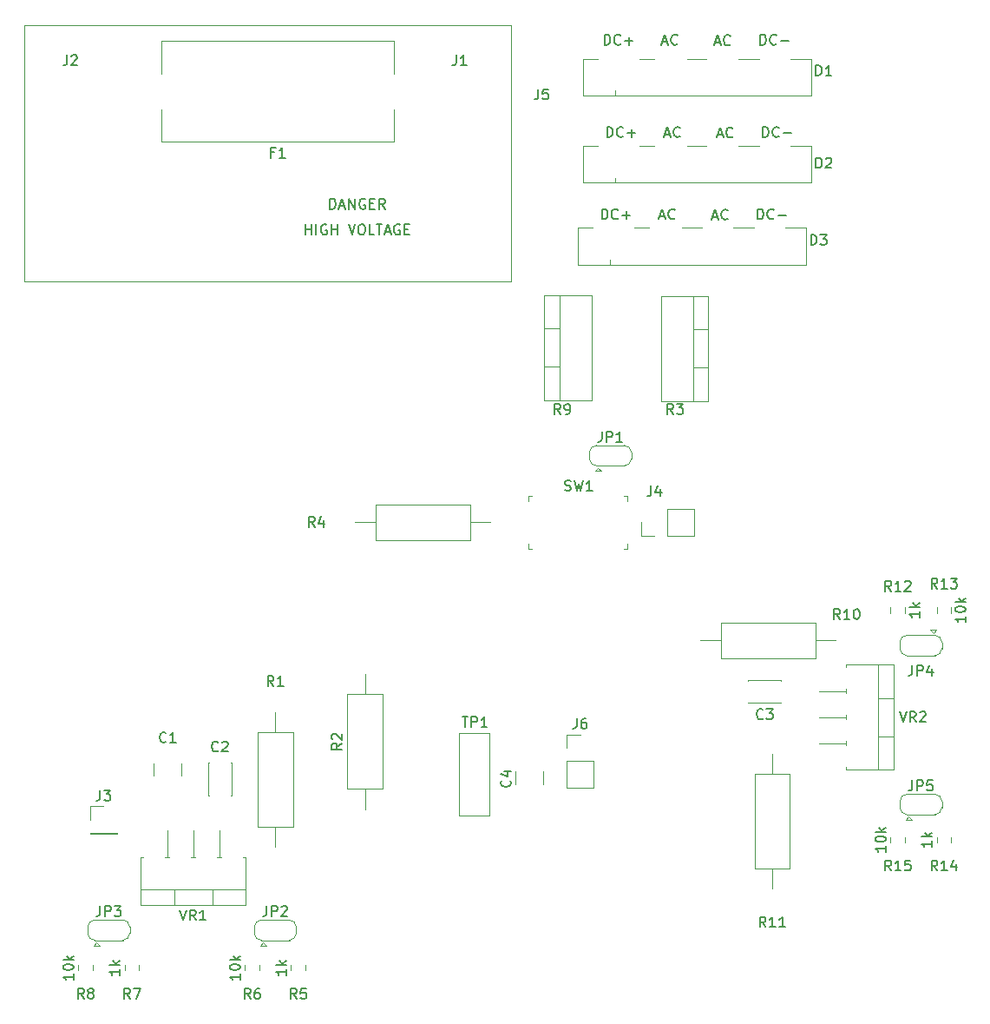
<source format=gbr>
G04 #@! TF.GenerationSoftware,KiCad,Pcbnew,(5.1.5)-3*
G04 #@! TF.CreationDate,2020-11-09T22:39:24-05:00*
G04 #@! TF.ProjectId,BridgeRectifier,42726964-6765-4526-9563-746966696572,rev?*
G04 #@! TF.SameCoordinates,Original*
G04 #@! TF.FileFunction,Legend,Top*
G04 #@! TF.FilePolarity,Positive*
%FSLAX46Y46*%
G04 Gerber Fmt 4.6, Leading zero omitted, Abs format (unit mm)*
G04 Created by KiCad (PCBNEW (5.1.5)-3) date 2020-11-09 22:39:24*
%MOMM*%
%LPD*%
G04 APERTURE LIST*
%ADD10C,0.150000*%
%ADD11C,0.120000*%
%ADD12C,0.100000*%
G04 APERTURE END LIST*
D10*
X154661904Y-71216666D02*
X155138095Y-71216666D01*
X154566666Y-71502380D02*
X154900000Y-70502380D01*
X155233333Y-71502380D01*
X156138095Y-71407142D02*
X156090476Y-71454761D01*
X155947619Y-71502380D01*
X155852380Y-71502380D01*
X155709523Y-71454761D01*
X155614285Y-71359523D01*
X155566666Y-71264285D01*
X155519047Y-71073809D01*
X155519047Y-70930952D01*
X155566666Y-70740476D01*
X155614285Y-70645238D01*
X155709523Y-70550000D01*
X155852380Y-70502380D01*
X155947619Y-70502380D01*
X156090476Y-70550000D01*
X156138095Y-70597619D01*
X143869047Y-71452380D02*
X143869047Y-70452380D01*
X144107142Y-70452380D01*
X144250000Y-70500000D01*
X144345238Y-70595238D01*
X144392857Y-70690476D01*
X144440476Y-70880952D01*
X144440476Y-71023809D01*
X144392857Y-71214285D01*
X144345238Y-71309523D01*
X144250000Y-71404761D01*
X144107142Y-71452380D01*
X143869047Y-71452380D01*
X145440476Y-71357142D02*
X145392857Y-71404761D01*
X145250000Y-71452380D01*
X145154761Y-71452380D01*
X145011904Y-71404761D01*
X144916666Y-71309523D01*
X144869047Y-71214285D01*
X144821428Y-71023809D01*
X144821428Y-70880952D01*
X144869047Y-70690476D01*
X144916666Y-70595238D01*
X145011904Y-70500000D01*
X145154761Y-70452380D01*
X145250000Y-70452380D01*
X145392857Y-70500000D01*
X145440476Y-70547619D01*
X145869047Y-71071428D02*
X146630952Y-71071428D01*
X146250000Y-71452380D02*
X146250000Y-70690476D01*
X149511904Y-71166666D02*
X149988095Y-71166666D01*
X149416666Y-71452380D02*
X149750000Y-70452380D01*
X150083333Y-71452380D01*
X150988095Y-71357142D02*
X150940476Y-71404761D01*
X150797619Y-71452380D01*
X150702380Y-71452380D01*
X150559523Y-71404761D01*
X150464285Y-71309523D01*
X150416666Y-71214285D01*
X150369047Y-71023809D01*
X150369047Y-70880952D01*
X150416666Y-70690476D01*
X150464285Y-70595238D01*
X150559523Y-70500000D01*
X150702380Y-70452380D01*
X150797619Y-70452380D01*
X150940476Y-70500000D01*
X150988095Y-70547619D01*
X159069047Y-71452380D02*
X159069047Y-70452380D01*
X159307142Y-70452380D01*
X159450000Y-70500000D01*
X159545238Y-70595238D01*
X159592857Y-70690476D01*
X159640476Y-70880952D01*
X159640476Y-71023809D01*
X159592857Y-71214285D01*
X159545238Y-71309523D01*
X159450000Y-71404761D01*
X159307142Y-71452380D01*
X159069047Y-71452380D01*
X160640476Y-71357142D02*
X160592857Y-71404761D01*
X160450000Y-71452380D01*
X160354761Y-71452380D01*
X160211904Y-71404761D01*
X160116666Y-71309523D01*
X160069047Y-71214285D01*
X160021428Y-71023809D01*
X160021428Y-70880952D01*
X160069047Y-70690476D01*
X160116666Y-70595238D01*
X160211904Y-70500000D01*
X160354761Y-70452380D01*
X160450000Y-70452380D01*
X160592857Y-70500000D01*
X160640476Y-70547619D01*
X161069047Y-71071428D02*
X161830952Y-71071428D01*
X155161904Y-63216666D02*
X155638095Y-63216666D01*
X155066666Y-63502380D02*
X155400000Y-62502380D01*
X155733333Y-63502380D01*
X156638095Y-63407142D02*
X156590476Y-63454761D01*
X156447619Y-63502380D01*
X156352380Y-63502380D01*
X156209523Y-63454761D01*
X156114285Y-63359523D01*
X156066666Y-63264285D01*
X156019047Y-63073809D01*
X156019047Y-62930952D01*
X156066666Y-62740476D01*
X156114285Y-62645238D01*
X156209523Y-62550000D01*
X156352380Y-62502380D01*
X156447619Y-62502380D01*
X156590476Y-62550000D01*
X156638095Y-62597619D01*
X144369047Y-63452380D02*
X144369047Y-62452380D01*
X144607142Y-62452380D01*
X144750000Y-62500000D01*
X144845238Y-62595238D01*
X144892857Y-62690476D01*
X144940476Y-62880952D01*
X144940476Y-63023809D01*
X144892857Y-63214285D01*
X144845238Y-63309523D01*
X144750000Y-63404761D01*
X144607142Y-63452380D01*
X144369047Y-63452380D01*
X145940476Y-63357142D02*
X145892857Y-63404761D01*
X145750000Y-63452380D01*
X145654761Y-63452380D01*
X145511904Y-63404761D01*
X145416666Y-63309523D01*
X145369047Y-63214285D01*
X145321428Y-63023809D01*
X145321428Y-62880952D01*
X145369047Y-62690476D01*
X145416666Y-62595238D01*
X145511904Y-62500000D01*
X145654761Y-62452380D01*
X145750000Y-62452380D01*
X145892857Y-62500000D01*
X145940476Y-62547619D01*
X146369047Y-63071428D02*
X147130952Y-63071428D01*
X146750000Y-63452380D02*
X146750000Y-62690476D01*
X150011904Y-63166666D02*
X150488095Y-63166666D01*
X149916666Y-63452380D02*
X150250000Y-62452380D01*
X150583333Y-63452380D01*
X151488095Y-63357142D02*
X151440476Y-63404761D01*
X151297619Y-63452380D01*
X151202380Y-63452380D01*
X151059523Y-63404761D01*
X150964285Y-63309523D01*
X150916666Y-63214285D01*
X150869047Y-63023809D01*
X150869047Y-62880952D01*
X150916666Y-62690476D01*
X150964285Y-62595238D01*
X151059523Y-62500000D01*
X151202380Y-62452380D01*
X151297619Y-62452380D01*
X151440476Y-62500000D01*
X151488095Y-62547619D01*
X159569047Y-63452380D02*
X159569047Y-62452380D01*
X159807142Y-62452380D01*
X159950000Y-62500000D01*
X160045238Y-62595238D01*
X160092857Y-62690476D01*
X160140476Y-62880952D01*
X160140476Y-63023809D01*
X160092857Y-63214285D01*
X160045238Y-63309523D01*
X159950000Y-63404761D01*
X159807142Y-63452380D01*
X159569047Y-63452380D01*
X161140476Y-63357142D02*
X161092857Y-63404761D01*
X160950000Y-63452380D01*
X160854761Y-63452380D01*
X160711904Y-63404761D01*
X160616666Y-63309523D01*
X160569047Y-63214285D01*
X160521428Y-63023809D01*
X160521428Y-62880952D01*
X160569047Y-62690476D01*
X160616666Y-62595238D01*
X160711904Y-62500000D01*
X160854761Y-62452380D01*
X160950000Y-62452380D01*
X161092857Y-62500000D01*
X161140476Y-62547619D01*
X161569047Y-63071428D02*
X162330952Y-63071428D01*
X144119047Y-54452380D02*
X144119047Y-53452380D01*
X144357142Y-53452380D01*
X144500000Y-53500000D01*
X144595238Y-53595238D01*
X144642857Y-53690476D01*
X144690476Y-53880952D01*
X144690476Y-54023809D01*
X144642857Y-54214285D01*
X144595238Y-54309523D01*
X144500000Y-54404761D01*
X144357142Y-54452380D01*
X144119047Y-54452380D01*
X145690476Y-54357142D02*
X145642857Y-54404761D01*
X145500000Y-54452380D01*
X145404761Y-54452380D01*
X145261904Y-54404761D01*
X145166666Y-54309523D01*
X145119047Y-54214285D01*
X145071428Y-54023809D01*
X145071428Y-53880952D01*
X145119047Y-53690476D01*
X145166666Y-53595238D01*
X145261904Y-53500000D01*
X145404761Y-53452380D01*
X145500000Y-53452380D01*
X145642857Y-53500000D01*
X145690476Y-53547619D01*
X146119047Y-54071428D02*
X146880952Y-54071428D01*
X146500000Y-54452380D02*
X146500000Y-53690476D01*
X159319047Y-54452380D02*
X159319047Y-53452380D01*
X159557142Y-53452380D01*
X159700000Y-53500000D01*
X159795238Y-53595238D01*
X159842857Y-53690476D01*
X159890476Y-53880952D01*
X159890476Y-54023809D01*
X159842857Y-54214285D01*
X159795238Y-54309523D01*
X159700000Y-54404761D01*
X159557142Y-54452380D01*
X159319047Y-54452380D01*
X160890476Y-54357142D02*
X160842857Y-54404761D01*
X160700000Y-54452380D01*
X160604761Y-54452380D01*
X160461904Y-54404761D01*
X160366666Y-54309523D01*
X160319047Y-54214285D01*
X160271428Y-54023809D01*
X160271428Y-53880952D01*
X160319047Y-53690476D01*
X160366666Y-53595238D01*
X160461904Y-53500000D01*
X160604761Y-53452380D01*
X160700000Y-53452380D01*
X160842857Y-53500000D01*
X160890476Y-53547619D01*
X161319047Y-54071428D02*
X162080952Y-54071428D01*
X154911904Y-54216666D02*
X155388095Y-54216666D01*
X154816666Y-54502380D02*
X155150000Y-53502380D01*
X155483333Y-54502380D01*
X156388095Y-54407142D02*
X156340476Y-54454761D01*
X156197619Y-54502380D01*
X156102380Y-54502380D01*
X155959523Y-54454761D01*
X155864285Y-54359523D01*
X155816666Y-54264285D01*
X155769047Y-54073809D01*
X155769047Y-53930952D01*
X155816666Y-53740476D01*
X155864285Y-53645238D01*
X155959523Y-53550000D01*
X156102380Y-53502380D01*
X156197619Y-53502380D01*
X156340476Y-53550000D01*
X156388095Y-53597619D01*
X149761904Y-54166666D02*
X150238095Y-54166666D01*
X149666666Y-54452380D02*
X150000000Y-53452380D01*
X150333333Y-54452380D01*
X151238095Y-54357142D02*
X151190476Y-54404761D01*
X151047619Y-54452380D01*
X150952380Y-54452380D01*
X150809523Y-54404761D01*
X150714285Y-54309523D01*
X150666666Y-54214285D01*
X150619047Y-54023809D01*
X150619047Y-53880952D01*
X150666666Y-53690476D01*
X150714285Y-53595238D01*
X150809523Y-53500000D01*
X150952380Y-53452380D01*
X151047619Y-53452380D01*
X151190476Y-53500000D01*
X151238095Y-53547619D01*
X114952380Y-72952380D02*
X114952380Y-71952380D01*
X114952380Y-72428571D02*
X115523809Y-72428571D01*
X115523809Y-72952380D02*
X115523809Y-71952380D01*
X116000000Y-72952380D02*
X116000000Y-71952380D01*
X117000000Y-72000000D02*
X116904761Y-71952380D01*
X116761904Y-71952380D01*
X116619047Y-72000000D01*
X116523809Y-72095238D01*
X116476190Y-72190476D01*
X116428571Y-72380952D01*
X116428571Y-72523809D01*
X116476190Y-72714285D01*
X116523809Y-72809523D01*
X116619047Y-72904761D01*
X116761904Y-72952380D01*
X116857142Y-72952380D01*
X117000000Y-72904761D01*
X117047619Y-72857142D01*
X117047619Y-72523809D01*
X116857142Y-72523809D01*
X117476190Y-72952380D02*
X117476190Y-71952380D01*
X117476190Y-72428571D02*
X118047619Y-72428571D01*
X118047619Y-72952380D02*
X118047619Y-71952380D01*
X119142857Y-71952380D02*
X119476190Y-72952380D01*
X119809523Y-71952380D01*
X120333333Y-71952380D02*
X120523809Y-71952380D01*
X120619047Y-72000000D01*
X120714285Y-72095238D01*
X120761904Y-72285714D01*
X120761904Y-72619047D01*
X120714285Y-72809523D01*
X120619047Y-72904761D01*
X120523809Y-72952380D01*
X120333333Y-72952380D01*
X120238095Y-72904761D01*
X120142857Y-72809523D01*
X120095238Y-72619047D01*
X120095238Y-72285714D01*
X120142857Y-72095238D01*
X120238095Y-72000000D01*
X120333333Y-71952380D01*
X121666666Y-72952380D02*
X121190476Y-72952380D01*
X121190476Y-71952380D01*
X121857142Y-71952380D02*
X122428571Y-71952380D01*
X122142857Y-72952380D02*
X122142857Y-71952380D01*
X122714285Y-72666666D02*
X123190476Y-72666666D01*
X122619047Y-72952380D02*
X122952380Y-71952380D01*
X123285714Y-72952380D01*
X124142857Y-72000000D02*
X124047619Y-71952380D01*
X123904761Y-71952380D01*
X123761904Y-72000000D01*
X123666666Y-72095238D01*
X123619047Y-72190476D01*
X123571428Y-72380952D01*
X123571428Y-72523809D01*
X123619047Y-72714285D01*
X123666666Y-72809523D01*
X123761904Y-72904761D01*
X123904761Y-72952380D01*
X124000000Y-72952380D01*
X124142857Y-72904761D01*
X124190476Y-72857142D01*
X124190476Y-72523809D01*
X124000000Y-72523809D01*
X124619047Y-72428571D02*
X124952380Y-72428571D01*
X125095238Y-72952380D02*
X124619047Y-72952380D01*
X124619047Y-71952380D01*
X125095238Y-71952380D01*
X117333333Y-70452380D02*
X117333333Y-69452380D01*
X117571428Y-69452380D01*
X117714285Y-69500000D01*
X117809523Y-69595238D01*
X117857142Y-69690476D01*
X117904761Y-69880952D01*
X117904761Y-70023809D01*
X117857142Y-70214285D01*
X117809523Y-70309523D01*
X117714285Y-70404761D01*
X117571428Y-70452380D01*
X117333333Y-70452380D01*
X118285714Y-70166666D02*
X118761904Y-70166666D01*
X118190476Y-70452380D02*
X118523809Y-69452380D01*
X118857142Y-70452380D01*
X119190476Y-70452380D02*
X119190476Y-69452380D01*
X119761904Y-70452380D01*
X119761904Y-69452380D01*
X120761904Y-69500000D02*
X120666666Y-69452380D01*
X120523809Y-69452380D01*
X120380952Y-69500000D01*
X120285714Y-69595238D01*
X120238095Y-69690476D01*
X120190476Y-69880952D01*
X120190476Y-70023809D01*
X120238095Y-70214285D01*
X120285714Y-70309523D01*
X120380952Y-70404761D01*
X120523809Y-70452380D01*
X120619047Y-70452380D01*
X120761904Y-70404761D01*
X120809523Y-70357142D01*
X120809523Y-70023809D01*
X120619047Y-70023809D01*
X121238095Y-69928571D02*
X121571428Y-69928571D01*
X121714285Y-70452380D02*
X121238095Y-70452380D01*
X121238095Y-69452380D01*
X121714285Y-69452380D01*
X122714285Y-70452380D02*
X122380952Y-69976190D01*
X122142857Y-70452380D02*
X122142857Y-69452380D01*
X122523809Y-69452380D01*
X122619047Y-69500000D01*
X122666666Y-69547619D01*
X122714285Y-69642857D01*
X122714285Y-69785714D01*
X122666666Y-69880952D01*
X122619047Y-69928571D01*
X122523809Y-69976190D01*
X122142857Y-69976190D01*
D11*
X135000000Y-77500000D02*
X87500000Y-77500000D01*
X135000000Y-52500000D02*
X135000000Y-77500000D01*
X87500000Y-52500000D02*
X135000000Y-52500000D01*
X87500000Y-77500000D02*
X87500000Y-52500000D01*
X120750000Y-115800000D02*
X120750000Y-117760000D01*
X120750000Y-128960000D02*
X120750000Y-127000000D01*
X119030000Y-117760000D02*
X119030000Y-127000000D01*
X122470000Y-117760000D02*
X119030000Y-117760000D01*
X122470000Y-127000000D02*
X122470000Y-117760000D01*
X119030000Y-127000000D02*
X122470000Y-127000000D01*
X160500000Y-136700000D02*
X160500000Y-134740000D01*
X160500000Y-123540000D02*
X160500000Y-125500000D01*
X162220000Y-134740000D02*
X162220000Y-125500000D01*
X158780000Y-134740000D02*
X162220000Y-134740000D01*
X158780000Y-125500000D02*
X158780000Y-134740000D01*
X162220000Y-125500000D02*
X158780000Y-125500000D01*
X112000000Y-119500000D02*
X112000000Y-121460000D01*
X112000000Y-132660000D02*
X112000000Y-130700000D01*
X110280000Y-121460000D02*
X110280000Y-130700000D01*
X113720000Y-121460000D02*
X110280000Y-121460000D01*
X113720000Y-130700000D02*
X113720000Y-121460000D01*
X110280000Y-130700000D02*
X113720000Y-130700000D01*
X153500000Y-112500000D02*
X155460000Y-112500000D01*
X166660000Y-112500000D02*
X164700000Y-112500000D01*
X155460000Y-114220000D02*
X164700000Y-114220000D01*
X155460000Y-110780000D02*
X155460000Y-114220000D01*
X164700000Y-110780000D02*
X155460000Y-110780000D01*
X164700000Y-114220000D02*
X164700000Y-110780000D01*
X129930000Y-129620000D02*
X129930000Y-121520000D01*
X132930000Y-121520000D02*
X132930000Y-129620000D01*
X129930000Y-129620000D02*
X132930000Y-129620000D01*
X132930000Y-121520000D02*
X129930000Y-121520000D01*
X140420000Y-121670000D02*
X141750000Y-121670000D01*
X140420000Y-123000000D02*
X140420000Y-121670000D01*
X140420000Y-124270000D02*
X143080000Y-124270000D01*
X143080000Y-124270000D02*
X143080000Y-126870000D01*
X140420000Y-124270000D02*
X140420000Y-126870000D01*
X140420000Y-126870000D02*
X143080000Y-126870000D01*
X135440000Y-125297936D02*
X135440000Y-126502064D01*
X138160000Y-125297936D02*
X138160000Y-126502064D01*
X138230000Y-82109000D02*
X139740000Y-82109000D01*
X138230000Y-85810000D02*
X139740000Y-85810000D01*
X139740000Y-89080000D02*
X139740000Y-78840000D01*
X138230000Y-78840000D02*
X142871000Y-78840000D01*
X138230000Y-89080000D02*
X142871000Y-89080000D01*
X142871000Y-89080000D02*
X142871000Y-78840000D01*
X138230000Y-89080000D02*
X138230000Y-78840000D01*
X154270000Y-85891000D02*
X152760000Y-85891000D01*
X154270000Y-82190000D02*
X152760000Y-82190000D01*
X152760000Y-78920000D02*
X152760000Y-89160000D01*
X154270000Y-89160000D02*
X149629000Y-89160000D01*
X154270000Y-78920000D02*
X149629000Y-78920000D01*
X149629000Y-78920000D02*
X149629000Y-89160000D01*
X154270000Y-78920000D02*
X154270000Y-89160000D01*
X167679000Y-122540000D02*
X165065000Y-122540000D01*
X167679000Y-120000000D02*
X165065000Y-120000000D01*
X167679000Y-117460000D02*
X165065000Y-117460000D01*
X172320000Y-121850000D02*
X170811000Y-121850000D01*
X172320000Y-118150000D02*
X170811000Y-118150000D01*
X170811000Y-114880000D02*
X170811000Y-125120000D01*
X172320000Y-125120000D02*
X167679000Y-125120000D01*
X172320000Y-114880000D02*
X167679000Y-114880000D01*
X167679000Y-124875000D02*
X167679000Y-125120000D01*
X167679000Y-122335000D02*
X167679000Y-122745000D01*
X167679000Y-119795000D02*
X167679000Y-120206000D01*
X167679000Y-117240000D02*
X167679000Y-117665000D01*
X167679000Y-114880000D02*
X167679000Y-115140000D01*
X172320000Y-114880000D02*
X172320000Y-125120000D01*
X101460000Y-133679000D02*
X101460000Y-131065000D01*
X104000000Y-133679000D02*
X104000000Y-131065000D01*
X106540000Y-133679000D02*
X106540000Y-131065000D01*
X102150000Y-138320000D02*
X102150000Y-136811000D01*
X105850000Y-138320000D02*
X105850000Y-136811000D01*
X109120000Y-136811000D02*
X98880000Y-136811000D01*
X98880000Y-138320000D02*
X98880000Y-133679000D01*
X109120000Y-138320000D02*
X109120000Y-133679000D01*
X99125000Y-133679000D02*
X98880000Y-133679000D01*
X101665000Y-133679000D02*
X101255000Y-133679000D01*
X104205000Y-133679000D02*
X103794000Y-133679000D01*
X106760000Y-133679000D02*
X106335000Y-133679000D01*
X109120000Y-133679000D02*
X108860000Y-133679000D01*
X109120000Y-138320000D02*
X98880000Y-138320000D01*
D12*
X136690000Y-98400000D02*
X137040000Y-98400000D01*
X136690000Y-98400000D02*
X136690000Y-98900000D01*
X146390000Y-98400000D02*
X146040000Y-98400000D01*
X146390000Y-98400000D02*
X146390000Y-98900000D01*
X146390000Y-103600000D02*
X146390000Y-103100000D01*
X146390000Y-103600000D02*
X146040000Y-103600000D01*
X136690000Y-103600000D02*
X137040000Y-103600000D01*
X136690000Y-103600000D02*
X136690000Y-103100000D01*
D11*
X172040000Y-131678922D02*
X172040000Y-132196078D01*
X173460000Y-131678922D02*
X173460000Y-132196078D01*
X176540000Y-131678922D02*
X176540000Y-132196078D01*
X177960000Y-131678922D02*
X177960000Y-132196078D01*
X177960000Y-109821078D02*
X177960000Y-109303922D01*
X176540000Y-109821078D02*
X176540000Y-109303922D01*
X173460000Y-109821078D02*
X173460000Y-109303922D01*
X172040000Y-109821078D02*
X172040000Y-109303922D01*
X92790000Y-144178922D02*
X92790000Y-144696078D01*
X94210000Y-144178922D02*
X94210000Y-144696078D01*
X97290000Y-144178922D02*
X97290000Y-144696078D01*
X98710000Y-144178922D02*
X98710000Y-144696078D01*
X109040000Y-144178922D02*
X109040000Y-144696078D01*
X110460000Y-144178922D02*
X110460000Y-144696078D01*
X113540000Y-144178922D02*
X113540000Y-144696078D01*
X114960000Y-144178922D02*
X114960000Y-144696078D01*
X119800000Y-101000000D02*
X121760000Y-101000000D01*
X132960000Y-101000000D02*
X131000000Y-101000000D01*
X121760000Y-102720000D02*
X131000000Y-102720000D01*
X121760000Y-99280000D02*
X121760000Y-102720000D01*
X131000000Y-99280000D02*
X121760000Y-99280000D01*
X131000000Y-102720000D02*
X131000000Y-99280000D01*
X172950000Y-128200000D02*
G75*
G02X173650000Y-127500000I700000J0D01*
G01*
X173650000Y-129500000D02*
G75*
G02X172950000Y-128800000I0J700000D01*
G01*
X177050000Y-128800000D02*
G75*
G02X176350000Y-129500000I-700000J0D01*
G01*
X176350000Y-127500000D02*
G75*
G02X177050000Y-128200000I0J-700000D01*
G01*
X173600000Y-127500000D02*
X176400000Y-127500000D01*
X177050000Y-128200000D02*
X177050000Y-128800000D01*
X176400000Y-129500000D02*
X173600000Y-129500000D01*
X172950000Y-128800000D02*
X172950000Y-128200000D01*
X173800000Y-129700000D02*
X173500000Y-130000000D01*
X173500000Y-130000000D02*
X174100000Y-130000000D01*
X173800000Y-129700000D02*
X174100000Y-130000000D01*
X177050000Y-113300000D02*
G75*
G02X176350000Y-114000000I-700000J0D01*
G01*
X176350000Y-112000000D02*
G75*
G02X177050000Y-112700000I0J-700000D01*
G01*
X172950000Y-112700000D02*
G75*
G02X173650000Y-112000000I700000J0D01*
G01*
X173650000Y-114000000D02*
G75*
G02X172950000Y-113300000I0J700000D01*
G01*
X176400000Y-114000000D02*
X173600000Y-114000000D01*
X172950000Y-113300000D02*
X172950000Y-112700000D01*
X173600000Y-112000000D02*
X176400000Y-112000000D01*
X177050000Y-112700000D02*
X177050000Y-113300000D01*
X176200000Y-111800000D02*
X176500000Y-111500000D01*
X176500000Y-111500000D02*
X175900000Y-111500000D01*
X176200000Y-111800000D02*
X175900000Y-111500000D01*
X93700000Y-140450000D02*
G75*
G02X94400000Y-139750000I700000J0D01*
G01*
X94400000Y-141750000D02*
G75*
G02X93700000Y-141050000I0J700000D01*
G01*
X97800000Y-141050000D02*
G75*
G02X97100000Y-141750000I-700000J0D01*
G01*
X97100000Y-139750000D02*
G75*
G02X97800000Y-140450000I0J-700000D01*
G01*
X94350000Y-139750000D02*
X97150000Y-139750000D01*
X97800000Y-140450000D02*
X97800000Y-141050000D01*
X97150000Y-141750000D02*
X94350000Y-141750000D01*
X93700000Y-141050000D02*
X93700000Y-140450000D01*
X94550000Y-141950000D02*
X94250000Y-142250000D01*
X94250000Y-142250000D02*
X94850000Y-142250000D01*
X94550000Y-141950000D02*
X94850000Y-142250000D01*
X109950000Y-140450000D02*
G75*
G02X110650000Y-139750000I700000J0D01*
G01*
X110650000Y-141750000D02*
G75*
G02X109950000Y-141050000I0J700000D01*
G01*
X114050000Y-141050000D02*
G75*
G02X113350000Y-141750000I-700000J0D01*
G01*
X113350000Y-139750000D02*
G75*
G02X114050000Y-140450000I0J-700000D01*
G01*
X110600000Y-139750000D02*
X113400000Y-139750000D01*
X114050000Y-140450000D02*
X114050000Y-141050000D01*
X113400000Y-141750000D02*
X110600000Y-141750000D01*
X109950000Y-141050000D02*
X109950000Y-140450000D01*
X110800000Y-141950000D02*
X110500000Y-142250000D01*
X110500000Y-142250000D02*
X111100000Y-142250000D01*
X110800000Y-141950000D02*
X111100000Y-142250000D01*
X142650000Y-94200000D02*
G75*
G02X143350000Y-93500000I700000J0D01*
G01*
X143350000Y-95500000D02*
G75*
G02X142650000Y-94800000I0J700000D01*
G01*
X146750000Y-94800000D02*
G75*
G02X146050000Y-95500000I-700000J0D01*
G01*
X146050000Y-93500000D02*
G75*
G02X146750000Y-94200000I0J-700000D01*
G01*
X143300000Y-93500000D02*
X146100000Y-93500000D01*
X146750000Y-94200000D02*
X146750000Y-94800000D01*
X146100000Y-95500000D02*
X143300000Y-95500000D01*
X142650000Y-94800000D02*
X142650000Y-94200000D01*
X143500000Y-95700000D02*
X143200000Y-96000000D01*
X143200000Y-96000000D02*
X143800000Y-96000000D01*
X143500000Y-95700000D02*
X143800000Y-96000000D01*
X147670000Y-102330000D02*
X147670000Y-101000000D01*
X149000000Y-102330000D02*
X147670000Y-102330000D01*
X150270000Y-102330000D02*
X150270000Y-99670000D01*
X150270000Y-99670000D02*
X152870000Y-99670000D01*
X150270000Y-102330000D02*
X152870000Y-102330000D01*
X152870000Y-102330000D02*
X152870000Y-99670000D01*
X93920000Y-128670000D02*
X95250000Y-128670000D01*
X93920000Y-130000000D02*
X93920000Y-128670000D01*
X93920000Y-131270000D02*
X96580000Y-131270000D01*
X96580000Y-131270000D02*
X96580000Y-131330000D01*
X93920000Y-131270000D02*
X93920000Y-131330000D01*
X93920000Y-131330000D02*
X96580000Y-131330000D01*
X123610000Y-54090000D02*
X123610000Y-57250000D01*
X123610000Y-54090000D02*
X100890000Y-54090000D01*
X123610000Y-63910000D02*
X100890000Y-63910000D01*
X123610000Y-60750000D02*
X123610000Y-63910000D01*
X100890000Y-60750000D02*
X100890000Y-63910000D01*
X100890000Y-54090000D02*
X100890000Y-57250000D01*
X141500000Y-72300000D02*
X143000000Y-72300000D01*
X147000000Y-72300000D02*
X148500000Y-72300000D01*
X151700000Y-72300000D02*
X153600000Y-72300000D01*
X156700000Y-72300000D02*
X158700000Y-72300000D01*
X161800000Y-72300000D02*
X163800000Y-72300000D01*
X163800000Y-72300000D02*
X163800000Y-75900000D01*
X163800000Y-75900000D02*
X141500000Y-75900000D01*
X141500000Y-75900000D02*
X141500000Y-72300000D01*
X144700000Y-75900000D02*
X144700000Y-75400000D01*
X142000000Y-64300000D02*
X143500000Y-64300000D01*
X147500000Y-64300000D02*
X149000000Y-64300000D01*
X152200000Y-64300000D02*
X154100000Y-64300000D01*
X157200000Y-64300000D02*
X159200000Y-64300000D01*
X162300000Y-64300000D02*
X164300000Y-64300000D01*
X164300000Y-64300000D02*
X164300000Y-67900000D01*
X164300000Y-67900000D02*
X142000000Y-67900000D01*
X142000000Y-67900000D02*
X142000000Y-64300000D01*
X145200000Y-67900000D02*
X145200000Y-67400000D01*
X142000000Y-55800000D02*
X143500000Y-55800000D01*
X147500000Y-55800000D02*
X149000000Y-55800000D01*
X152200000Y-55800000D02*
X154100000Y-55800000D01*
X157200000Y-55800000D02*
X159200000Y-55800000D01*
X162300000Y-55800000D02*
X164300000Y-55800000D01*
X164300000Y-55800000D02*
X164300000Y-59400000D01*
X164300000Y-59400000D02*
X142000000Y-59400000D01*
X142000000Y-59400000D02*
X142000000Y-55800000D01*
X145200000Y-59400000D02*
X145200000Y-58900000D01*
X158130000Y-116445000D02*
X158130000Y-116380000D01*
X158130000Y-118620000D02*
X158130000Y-118555000D01*
X161370000Y-116445000D02*
X161370000Y-116380000D01*
X161370000Y-118620000D02*
X161370000Y-118555000D01*
X161370000Y-116380000D02*
X158130000Y-116380000D01*
X161370000Y-118620000D02*
X158130000Y-118620000D01*
X107655000Y-124430000D02*
X107720000Y-124430000D01*
X105480000Y-124430000D02*
X105545000Y-124430000D01*
X107655000Y-127670000D02*
X107720000Y-127670000D01*
X105480000Y-127670000D02*
X105545000Y-127670000D01*
X107720000Y-127670000D02*
X107720000Y-124430000D01*
X105480000Y-127670000D02*
X105480000Y-124430000D01*
X102860000Y-125702064D02*
X102860000Y-124497936D01*
X100140000Y-125702064D02*
X100140000Y-124497936D01*
D10*
X118482380Y-122546666D02*
X118006190Y-122880000D01*
X118482380Y-123118095D02*
X117482380Y-123118095D01*
X117482380Y-122737142D01*
X117530000Y-122641904D01*
X117577619Y-122594285D01*
X117672857Y-122546666D01*
X117815714Y-122546666D01*
X117910952Y-122594285D01*
X117958571Y-122641904D01*
X118006190Y-122737142D01*
X118006190Y-123118095D01*
X117577619Y-122165714D02*
X117530000Y-122118095D01*
X117482380Y-122022857D01*
X117482380Y-121784761D01*
X117530000Y-121689523D01*
X117577619Y-121641904D01*
X117672857Y-121594285D01*
X117768095Y-121594285D01*
X117910952Y-121641904D01*
X118482380Y-122213333D01*
X118482380Y-121594285D01*
X159857142Y-140452380D02*
X159523809Y-139976190D01*
X159285714Y-140452380D02*
X159285714Y-139452380D01*
X159666666Y-139452380D01*
X159761904Y-139500000D01*
X159809523Y-139547619D01*
X159857142Y-139642857D01*
X159857142Y-139785714D01*
X159809523Y-139880952D01*
X159761904Y-139928571D01*
X159666666Y-139976190D01*
X159285714Y-139976190D01*
X160809523Y-140452380D02*
X160238095Y-140452380D01*
X160523809Y-140452380D02*
X160523809Y-139452380D01*
X160428571Y-139595238D01*
X160333333Y-139690476D01*
X160238095Y-139738095D01*
X161761904Y-140452380D02*
X161190476Y-140452380D01*
X161476190Y-140452380D02*
X161476190Y-139452380D01*
X161380952Y-139595238D01*
X161285714Y-139690476D01*
X161190476Y-139738095D01*
X111833333Y-116952380D02*
X111500000Y-116476190D01*
X111261904Y-116952380D02*
X111261904Y-115952380D01*
X111642857Y-115952380D01*
X111738095Y-116000000D01*
X111785714Y-116047619D01*
X111833333Y-116142857D01*
X111833333Y-116285714D01*
X111785714Y-116380952D01*
X111738095Y-116428571D01*
X111642857Y-116476190D01*
X111261904Y-116476190D01*
X112785714Y-116952380D02*
X112214285Y-116952380D01*
X112500000Y-116952380D02*
X112500000Y-115952380D01*
X112404761Y-116095238D01*
X112309523Y-116190476D01*
X112214285Y-116238095D01*
X167107142Y-110452380D02*
X166773809Y-109976190D01*
X166535714Y-110452380D02*
X166535714Y-109452380D01*
X166916666Y-109452380D01*
X167011904Y-109500000D01*
X167059523Y-109547619D01*
X167107142Y-109642857D01*
X167107142Y-109785714D01*
X167059523Y-109880952D01*
X167011904Y-109928571D01*
X166916666Y-109976190D01*
X166535714Y-109976190D01*
X168059523Y-110452380D02*
X167488095Y-110452380D01*
X167773809Y-110452380D02*
X167773809Y-109452380D01*
X167678571Y-109595238D01*
X167583333Y-109690476D01*
X167488095Y-109738095D01*
X168678571Y-109452380D02*
X168773809Y-109452380D01*
X168869047Y-109500000D01*
X168916666Y-109547619D01*
X168964285Y-109642857D01*
X169011904Y-109833333D01*
X169011904Y-110071428D01*
X168964285Y-110261904D01*
X168916666Y-110357142D01*
X168869047Y-110404761D01*
X168773809Y-110452380D01*
X168678571Y-110452380D01*
X168583333Y-110404761D01*
X168535714Y-110357142D01*
X168488095Y-110261904D01*
X168440476Y-110071428D01*
X168440476Y-109833333D01*
X168488095Y-109642857D01*
X168535714Y-109547619D01*
X168583333Y-109500000D01*
X168678571Y-109452380D01*
X130238095Y-119952380D02*
X130809523Y-119952380D01*
X130523809Y-120952380D02*
X130523809Y-119952380D01*
X131142857Y-120952380D02*
X131142857Y-119952380D01*
X131523809Y-119952380D01*
X131619047Y-120000000D01*
X131666666Y-120047619D01*
X131714285Y-120142857D01*
X131714285Y-120285714D01*
X131666666Y-120380952D01*
X131619047Y-120428571D01*
X131523809Y-120476190D01*
X131142857Y-120476190D01*
X132666666Y-120952380D02*
X132095238Y-120952380D01*
X132380952Y-120952380D02*
X132380952Y-119952380D01*
X132285714Y-120095238D01*
X132190476Y-120190476D01*
X132095238Y-120238095D01*
X141416666Y-120122380D02*
X141416666Y-120836666D01*
X141369047Y-120979523D01*
X141273809Y-121074761D01*
X141130952Y-121122380D01*
X141035714Y-121122380D01*
X142321428Y-120122380D02*
X142130952Y-120122380D01*
X142035714Y-120170000D01*
X141988095Y-120217619D01*
X141892857Y-120360476D01*
X141845238Y-120550952D01*
X141845238Y-120931904D01*
X141892857Y-121027142D01*
X141940476Y-121074761D01*
X142035714Y-121122380D01*
X142226190Y-121122380D01*
X142321428Y-121074761D01*
X142369047Y-121027142D01*
X142416666Y-120931904D01*
X142416666Y-120693809D01*
X142369047Y-120598571D01*
X142321428Y-120550952D01*
X142226190Y-120503333D01*
X142035714Y-120503333D01*
X141940476Y-120550952D01*
X141892857Y-120598571D01*
X141845238Y-120693809D01*
X134907142Y-126166666D02*
X134954761Y-126214285D01*
X135002380Y-126357142D01*
X135002380Y-126452380D01*
X134954761Y-126595238D01*
X134859523Y-126690476D01*
X134764285Y-126738095D01*
X134573809Y-126785714D01*
X134430952Y-126785714D01*
X134240476Y-126738095D01*
X134145238Y-126690476D01*
X134050000Y-126595238D01*
X134002380Y-126452380D01*
X134002380Y-126357142D01*
X134050000Y-126214285D01*
X134097619Y-126166666D01*
X134335714Y-125309523D02*
X135002380Y-125309523D01*
X133954761Y-125547619D02*
X134669047Y-125785714D01*
X134669047Y-125166666D01*
X139833333Y-90452380D02*
X139500000Y-89976190D01*
X139261904Y-90452380D02*
X139261904Y-89452380D01*
X139642857Y-89452380D01*
X139738095Y-89500000D01*
X139785714Y-89547619D01*
X139833333Y-89642857D01*
X139833333Y-89785714D01*
X139785714Y-89880952D01*
X139738095Y-89928571D01*
X139642857Y-89976190D01*
X139261904Y-89976190D01*
X140309523Y-90452380D02*
X140500000Y-90452380D01*
X140595238Y-90404761D01*
X140642857Y-90357142D01*
X140738095Y-90214285D01*
X140785714Y-90023809D01*
X140785714Y-89642857D01*
X140738095Y-89547619D01*
X140690476Y-89500000D01*
X140595238Y-89452380D01*
X140404761Y-89452380D01*
X140309523Y-89500000D01*
X140261904Y-89547619D01*
X140214285Y-89642857D01*
X140214285Y-89880952D01*
X140261904Y-89976190D01*
X140309523Y-90023809D01*
X140404761Y-90071428D01*
X140595238Y-90071428D01*
X140690476Y-90023809D01*
X140738095Y-89976190D01*
X140785714Y-89880952D01*
X150833333Y-90452380D02*
X150500000Y-89976190D01*
X150261904Y-90452380D02*
X150261904Y-89452380D01*
X150642857Y-89452380D01*
X150738095Y-89500000D01*
X150785714Y-89547619D01*
X150833333Y-89642857D01*
X150833333Y-89785714D01*
X150785714Y-89880952D01*
X150738095Y-89928571D01*
X150642857Y-89976190D01*
X150261904Y-89976190D01*
X151166666Y-89452380D02*
X151785714Y-89452380D01*
X151452380Y-89833333D01*
X151595238Y-89833333D01*
X151690476Y-89880952D01*
X151738095Y-89928571D01*
X151785714Y-90023809D01*
X151785714Y-90261904D01*
X151738095Y-90357142D01*
X151690476Y-90404761D01*
X151595238Y-90452380D01*
X151309523Y-90452380D01*
X151214285Y-90404761D01*
X151166666Y-90357142D01*
X91666666Y-55452380D02*
X91666666Y-56166666D01*
X91619047Y-56309523D01*
X91523809Y-56404761D01*
X91380952Y-56452380D01*
X91285714Y-56452380D01*
X92095238Y-55547619D02*
X92142857Y-55500000D01*
X92238095Y-55452380D01*
X92476190Y-55452380D01*
X92571428Y-55500000D01*
X92619047Y-55547619D01*
X92666666Y-55642857D01*
X92666666Y-55738095D01*
X92619047Y-55880952D01*
X92047619Y-56452380D01*
X92666666Y-56452380D01*
X172940476Y-119452380D02*
X173273809Y-120452380D01*
X173607142Y-119452380D01*
X174511904Y-120452380D02*
X174178571Y-119976190D01*
X173940476Y-120452380D02*
X173940476Y-119452380D01*
X174321428Y-119452380D01*
X174416666Y-119500000D01*
X174464285Y-119547619D01*
X174511904Y-119642857D01*
X174511904Y-119785714D01*
X174464285Y-119880952D01*
X174416666Y-119928571D01*
X174321428Y-119976190D01*
X173940476Y-119976190D01*
X174892857Y-119547619D02*
X174940476Y-119500000D01*
X175035714Y-119452380D01*
X175273809Y-119452380D01*
X175369047Y-119500000D01*
X175416666Y-119547619D01*
X175464285Y-119642857D01*
X175464285Y-119738095D01*
X175416666Y-119880952D01*
X174845238Y-120452380D01*
X175464285Y-120452380D01*
X102690476Y-138772380D02*
X103023809Y-139772380D01*
X103357142Y-138772380D01*
X104261904Y-139772380D02*
X103928571Y-139296190D01*
X103690476Y-139772380D02*
X103690476Y-138772380D01*
X104071428Y-138772380D01*
X104166666Y-138820000D01*
X104214285Y-138867619D01*
X104261904Y-138962857D01*
X104261904Y-139105714D01*
X104214285Y-139200952D01*
X104166666Y-139248571D01*
X104071428Y-139296190D01*
X103690476Y-139296190D01*
X105214285Y-139772380D02*
X104642857Y-139772380D01*
X104928571Y-139772380D02*
X104928571Y-138772380D01*
X104833333Y-138915238D01*
X104738095Y-139010476D01*
X104642857Y-139058095D01*
X140266666Y-97874761D02*
X140409523Y-97922380D01*
X140647619Y-97922380D01*
X140742857Y-97874761D01*
X140790476Y-97827142D01*
X140838095Y-97731904D01*
X140838095Y-97636666D01*
X140790476Y-97541428D01*
X140742857Y-97493809D01*
X140647619Y-97446190D01*
X140457142Y-97398571D01*
X140361904Y-97350952D01*
X140314285Y-97303333D01*
X140266666Y-97208095D01*
X140266666Y-97112857D01*
X140314285Y-97017619D01*
X140361904Y-96970000D01*
X140457142Y-96922380D01*
X140695238Y-96922380D01*
X140838095Y-96970000D01*
X141171428Y-96922380D02*
X141409523Y-97922380D01*
X141600000Y-97208095D01*
X141790476Y-97922380D01*
X142028571Y-96922380D01*
X142933333Y-97922380D02*
X142361904Y-97922380D01*
X142647619Y-97922380D02*
X142647619Y-96922380D01*
X142552380Y-97065238D01*
X142457142Y-97160476D01*
X142361904Y-97208095D01*
X172107142Y-134952380D02*
X171773809Y-134476190D01*
X171535714Y-134952380D02*
X171535714Y-133952380D01*
X171916666Y-133952380D01*
X172011904Y-134000000D01*
X172059523Y-134047619D01*
X172107142Y-134142857D01*
X172107142Y-134285714D01*
X172059523Y-134380952D01*
X172011904Y-134428571D01*
X171916666Y-134476190D01*
X171535714Y-134476190D01*
X173059523Y-134952380D02*
X172488095Y-134952380D01*
X172773809Y-134952380D02*
X172773809Y-133952380D01*
X172678571Y-134095238D01*
X172583333Y-134190476D01*
X172488095Y-134238095D01*
X173964285Y-133952380D02*
X173488095Y-133952380D01*
X173440476Y-134428571D01*
X173488095Y-134380952D01*
X173583333Y-134333333D01*
X173821428Y-134333333D01*
X173916666Y-134380952D01*
X173964285Y-134428571D01*
X174011904Y-134523809D01*
X174011904Y-134761904D01*
X173964285Y-134857142D01*
X173916666Y-134904761D01*
X173821428Y-134952380D01*
X173583333Y-134952380D01*
X173488095Y-134904761D01*
X173440476Y-134857142D01*
X171552380Y-132532738D02*
X171552380Y-133104166D01*
X171552380Y-132818452D02*
X170552380Y-132818452D01*
X170695238Y-132913690D01*
X170790476Y-133008928D01*
X170838095Y-133104166D01*
X170552380Y-131913690D02*
X170552380Y-131818452D01*
X170600000Y-131723214D01*
X170647619Y-131675595D01*
X170742857Y-131627976D01*
X170933333Y-131580357D01*
X171171428Y-131580357D01*
X171361904Y-131627976D01*
X171457142Y-131675595D01*
X171504761Y-131723214D01*
X171552380Y-131818452D01*
X171552380Y-131913690D01*
X171504761Y-132008928D01*
X171457142Y-132056547D01*
X171361904Y-132104166D01*
X171171428Y-132151785D01*
X170933333Y-132151785D01*
X170742857Y-132104166D01*
X170647619Y-132056547D01*
X170600000Y-132008928D01*
X170552380Y-131913690D01*
X171552380Y-131151785D02*
X170552380Y-131151785D01*
X171171428Y-131056547D02*
X171552380Y-130770833D01*
X170885714Y-130770833D02*
X171266666Y-131151785D01*
X176607142Y-134952380D02*
X176273809Y-134476190D01*
X176035714Y-134952380D02*
X176035714Y-133952380D01*
X176416666Y-133952380D01*
X176511904Y-134000000D01*
X176559523Y-134047619D01*
X176607142Y-134142857D01*
X176607142Y-134285714D01*
X176559523Y-134380952D01*
X176511904Y-134428571D01*
X176416666Y-134476190D01*
X176035714Y-134476190D01*
X177559523Y-134952380D02*
X176988095Y-134952380D01*
X177273809Y-134952380D02*
X177273809Y-133952380D01*
X177178571Y-134095238D01*
X177083333Y-134190476D01*
X176988095Y-134238095D01*
X178416666Y-134285714D02*
X178416666Y-134952380D01*
X178178571Y-133904761D02*
X177940476Y-134619047D01*
X178559523Y-134619047D01*
X176052380Y-132056547D02*
X176052380Y-132627976D01*
X176052380Y-132342261D02*
X175052380Y-132342261D01*
X175195238Y-132437500D01*
X175290476Y-132532738D01*
X175338095Y-132627976D01*
X176052380Y-131627976D02*
X175052380Y-131627976D01*
X175671428Y-131532738D02*
X176052380Y-131247023D01*
X175385714Y-131247023D02*
X175766666Y-131627976D01*
X176607142Y-107452380D02*
X176273809Y-106976190D01*
X176035714Y-107452380D02*
X176035714Y-106452380D01*
X176416666Y-106452380D01*
X176511904Y-106500000D01*
X176559523Y-106547619D01*
X176607142Y-106642857D01*
X176607142Y-106785714D01*
X176559523Y-106880952D01*
X176511904Y-106928571D01*
X176416666Y-106976190D01*
X176035714Y-106976190D01*
X177559523Y-107452380D02*
X176988095Y-107452380D01*
X177273809Y-107452380D02*
X177273809Y-106452380D01*
X177178571Y-106595238D01*
X177083333Y-106690476D01*
X176988095Y-106738095D01*
X177892857Y-106452380D02*
X178511904Y-106452380D01*
X178178571Y-106833333D01*
X178321428Y-106833333D01*
X178416666Y-106880952D01*
X178464285Y-106928571D01*
X178511904Y-107023809D01*
X178511904Y-107261904D01*
X178464285Y-107357142D01*
X178416666Y-107404761D01*
X178321428Y-107452380D01*
X178035714Y-107452380D01*
X177940476Y-107404761D01*
X177892857Y-107357142D01*
X179352380Y-110157738D02*
X179352380Y-110729166D01*
X179352380Y-110443452D02*
X178352380Y-110443452D01*
X178495238Y-110538690D01*
X178590476Y-110633928D01*
X178638095Y-110729166D01*
X178352380Y-109538690D02*
X178352380Y-109443452D01*
X178400000Y-109348214D01*
X178447619Y-109300595D01*
X178542857Y-109252976D01*
X178733333Y-109205357D01*
X178971428Y-109205357D01*
X179161904Y-109252976D01*
X179257142Y-109300595D01*
X179304761Y-109348214D01*
X179352380Y-109443452D01*
X179352380Y-109538690D01*
X179304761Y-109633928D01*
X179257142Y-109681547D01*
X179161904Y-109729166D01*
X178971428Y-109776785D01*
X178733333Y-109776785D01*
X178542857Y-109729166D01*
X178447619Y-109681547D01*
X178400000Y-109633928D01*
X178352380Y-109538690D01*
X179352380Y-108776785D02*
X178352380Y-108776785D01*
X178971428Y-108681547D02*
X179352380Y-108395833D01*
X178685714Y-108395833D02*
X179066666Y-108776785D01*
X172107142Y-107702380D02*
X171773809Y-107226190D01*
X171535714Y-107702380D02*
X171535714Y-106702380D01*
X171916666Y-106702380D01*
X172011904Y-106750000D01*
X172059523Y-106797619D01*
X172107142Y-106892857D01*
X172107142Y-107035714D01*
X172059523Y-107130952D01*
X172011904Y-107178571D01*
X171916666Y-107226190D01*
X171535714Y-107226190D01*
X173059523Y-107702380D02*
X172488095Y-107702380D01*
X172773809Y-107702380D02*
X172773809Y-106702380D01*
X172678571Y-106845238D01*
X172583333Y-106940476D01*
X172488095Y-106988095D01*
X173440476Y-106797619D02*
X173488095Y-106750000D01*
X173583333Y-106702380D01*
X173821428Y-106702380D01*
X173916666Y-106750000D01*
X173964285Y-106797619D01*
X174011904Y-106892857D01*
X174011904Y-106988095D01*
X173964285Y-107130952D01*
X173392857Y-107702380D01*
X174011904Y-107702380D01*
X174852380Y-109681547D02*
X174852380Y-110252976D01*
X174852380Y-109967261D02*
X173852380Y-109967261D01*
X173995238Y-110062500D01*
X174090476Y-110157738D01*
X174138095Y-110252976D01*
X174852380Y-109252976D02*
X173852380Y-109252976D01*
X174471428Y-109157738D02*
X174852380Y-108872023D01*
X174185714Y-108872023D02*
X174566666Y-109252976D01*
X93333333Y-147452380D02*
X93000000Y-146976190D01*
X92761904Y-147452380D02*
X92761904Y-146452380D01*
X93142857Y-146452380D01*
X93238095Y-146500000D01*
X93285714Y-146547619D01*
X93333333Y-146642857D01*
X93333333Y-146785714D01*
X93285714Y-146880952D01*
X93238095Y-146928571D01*
X93142857Y-146976190D01*
X92761904Y-146976190D01*
X93904761Y-146880952D02*
X93809523Y-146833333D01*
X93761904Y-146785714D01*
X93714285Y-146690476D01*
X93714285Y-146642857D01*
X93761904Y-146547619D01*
X93809523Y-146500000D01*
X93904761Y-146452380D01*
X94095238Y-146452380D01*
X94190476Y-146500000D01*
X94238095Y-146547619D01*
X94285714Y-146642857D01*
X94285714Y-146690476D01*
X94238095Y-146785714D01*
X94190476Y-146833333D01*
X94095238Y-146880952D01*
X93904761Y-146880952D01*
X93809523Y-146928571D01*
X93761904Y-146976190D01*
X93714285Y-147071428D01*
X93714285Y-147261904D01*
X93761904Y-147357142D01*
X93809523Y-147404761D01*
X93904761Y-147452380D01*
X94095238Y-147452380D01*
X94190476Y-147404761D01*
X94238095Y-147357142D01*
X94285714Y-147261904D01*
X94285714Y-147071428D01*
X94238095Y-146976190D01*
X94190476Y-146928571D01*
X94095238Y-146880952D01*
X92302380Y-145032738D02*
X92302380Y-145604166D01*
X92302380Y-145318452D02*
X91302380Y-145318452D01*
X91445238Y-145413690D01*
X91540476Y-145508928D01*
X91588095Y-145604166D01*
X91302380Y-144413690D02*
X91302380Y-144318452D01*
X91350000Y-144223214D01*
X91397619Y-144175595D01*
X91492857Y-144127976D01*
X91683333Y-144080357D01*
X91921428Y-144080357D01*
X92111904Y-144127976D01*
X92207142Y-144175595D01*
X92254761Y-144223214D01*
X92302380Y-144318452D01*
X92302380Y-144413690D01*
X92254761Y-144508928D01*
X92207142Y-144556547D01*
X92111904Y-144604166D01*
X91921428Y-144651785D01*
X91683333Y-144651785D01*
X91492857Y-144604166D01*
X91397619Y-144556547D01*
X91350000Y-144508928D01*
X91302380Y-144413690D01*
X92302380Y-143651785D02*
X91302380Y-143651785D01*
X91921428Y-143556547D02*
X92302380Y-143270833D01*
X91635714Y-143270833D02*
X92016666Y-143651785D01*
X97833333Y-147452380D02*
X97500000Y-146976190D01*
X97261904Y-147452380D02*
X97261904Y-146452380D01*
X97642857Y-146452380D01*
X97738095Y-146500000D01*
X97785714Y-146547619D01*
X97833333Y-146642857D01*
X97833333Y-146785714D01*
X97785714Y-146880952D01*
X97738095Y-146928571D01*
X97642857Y-146976190D01*
X97261904Y-146976190D01*
X98166666Y-146452380D02*
X98833333Y-146452380D01*
X98404761Y-147452380D01*
X96802380Y-144556547D02*
X96802380Y-145127976D01*
X96802380Y-144842261D02*
X95802380Y-144842261D01*
X95945238Y-144937500D01*
X96040476Y-145032738D01*
X96088095Y-145127976D01*
X96802380Y-144127976D02*
X95802380Y-144127976D01*
X96421428Y-144032738D02*
X96802380Y-143747023D01*
X96135714Y-143747023D02*
X96516666Y-144127976D01*
X109583333Y-147452380D02*
X109250000Y-146976190D01*
X109011904Y-147452380D02*
X109011904Y-146452380D01*
X109392857Y-146452380D01*
X109488095Y-146500000D01*
X109535714Y-146547619D01*
X109583333Y-146642857D01*
X109583333Y-146785714D01*
X109535714Y-146880952D01*
X109488095Y-146928571D01*
X109392857Y-146976190D01*
X109011904Y-146976190D01*
X110440476Y-146452380D02*
X110250000Y-146452380D01*
X110154761Y-146500000D01*
X110107142Y-146547619D01*
X110011904Y-146690476D01*
X109964285Y-146880952D01*
X109964285Y-147261904D01*
X110011904Y-147357142D01*
X110059523Y-147404761D01*
X110154761Y-147452380D01*
X110345238Y-147452380D01*
X110440476Y-147404761D01*
X110488095Y-147357142D01*
X110535714Y-147261904D01*
X110535714Y-147023809D01*
X110488095Y-146928571D01*
X110440476Y-146880952D01*
X110345238Y-146833333D01*
X110154761Y-146833333D01*
X110059523Y-146880952D01*
X110011904Y-146928571D01*
X109964285Y-147023809D01*
X108552380Y-145032738D02*
X108552380Y-145604166D01*
X108552380Y-145318452D02*
X107552380Y-145318452D01*
X107695238Y-145413690D01*
X107790476Y-145508928D01*
X107838095Y-145604166D01*
X107552380Y-144413690D02*
X107552380Y-144318452D01*
X107600000Y-144223214D01*
X107647619Y-144175595D01*
X107742857Y-144127976D01*
X107933333Y-144080357D01*
X108171428Y-144080357D01*
X108361904Y-144127976D01*
X108457142Y-144175595D01*
X108504761Y-144223214D01*
X108552380Y-144318452D01*
X108552380Y-144413690D01*
X108504761Y-144508928D01*
X108457142Y-144556547D01*
X108361904Y-144604166D01*
X108171428Y-144651785D01*
X107933333Y-144651785D01*
X107742857Y-144604166D01*
X107647619Y-144556547D01*
X107600000Y-144508928D01*
X107552380Y-144413690D01*
X108552380Y-143651785D02*
X107552380Y-143651785D01*
X108171428Y-143556547D02*
X108552380Y-143270833D01*
X107885714Y-143270833D02*
X108266666Y-143651785D01*
X114083333Y-147452380D02*
X113750000Y-146976190D01*
X113511904Y-147452380D02*
X113511904Y-146452380D01*
X113892857Y-146452380D01*
X113988095Y-146500000D01*
X114035714Y-146547619D01*
X114083333Y-146642857D01*
X114083333Y-146785714D01*
X114035714Y-146880952D01*
X113988095Y-146928571D01*
X113892857Y-146976190D01*
X113511904Y-146976190D01*
X114988095Y-146452380D02*
X114511904Y-146452380D01*
X114464285Y-146928571D01*
X114511904Y-146880952D01*
X114607142Y-146833333D01*
X114845238Y-146833333D01*
X114940476Y-146880952D01*
X114988095Y-146928571D01*
X115035714Y-147023809D01*
X115035714Y-147261904D01*
X114988095Y-147357142D01*
X114940476Y-147404761D01*
X114845238Y-147452380D01*
X114607142Y-147452380D01*
X114511904Y-147404761D01*
X114464285Y-147357142D01*
X113052380Y-144556547D02*
X113052380Y-145127976D01*
X113052380Y-144842261D02*
X112052380Y-144842261D01*
X112195238Y-144937500D01*
X112290476Y-145032738D01*
X112338095Y-145127976D01*
X113052380Y-144127976D02*
X112052380Y-144127976D01*
X112671428Y-144032738D02*
X113052380Y-143747023D01*
X112385714Y-143747023D02*
X112766666Y-144127976D01*
X115833333Y-101452380D02*
X115500000Y-100976190D01*
X115261904Y-101452380D02*
X115261904Y-100452380D01*
X115642857Y-100452380D01*
X115738095Y-100500000D01*
X115785714Y-100547619D01*
X115833333Y-100642857D01*
X115833333Y-100785714D01*
X115785714Y-100880952D01*
X115738095Y-100928571D01*
X115642857Y-100976190D01*
X115261904Y-100976190D01*
X116690476Y-100785714D02*
X116690476Y-101452380D01*
X116452380Y-100404761D02*
X116214285Y-101119047D01*
X116833333Y-101119047D01*
X174166666Y-126152380D02*
X174166666Y-126866666D01*
X174119047Y-127009523D01*
X174023809Y-127104761D01*
X173880952Y-127152380D01*
X173785714Y-127152380D01*
X174642857Y-127152380D02*
X174642857Y-126152380D01*
X175023809Y-126152380D01*
X175119047Y-126200000D01*
X175166666Y-126247619D01*
X175214285Y-126342857D01*
X175214285Y-126485714D01*
X175166666Y-126580952D01*
X175119047Y-126628571D01*
X175023809Y-126676190D01*
X174642857Y-126676190D01*
X176119047Y-126152380D02*
X175642857Y-126152380D01*
X175595238Y-126628571D01*
X175642857Y-126580952D01*
X175738095Y-126533333D01*
X175976190Y-126533333D01*
X176071428Y-126580952D01*
X176119047Y-126628571D01*
X176166666Y-126723809D01*
X176166666Y-126961904D01*
X176119047Y-127057142D01*
X176071428Y-127104761D01*
X175976190Y-127152380D01*
X175738095Y-127152380D01*
X175642857Y-127104761D01*
X175595238Y-127057142D01*
X174166666Y-114952380D02*
X174166666Y-115666666D01*
X174119047Y-115809523D01*
X174023809Y-115904761D01*
X173880952Y-115952380D01*
X173785714Y-115952380D01*
X174642857Y-115952380D02*
X174642857Y-114952380D01*
X175023809Y-114952380D01*
X175119047Y-115000000D01*
X175166666Y-115047619D01*
X175214285Y-115142857D01*
X175214285Y-115285714D01*
X175166666Y-115380952D01*
X175119047Y-115428571D01*
X175023809Y-115476190D01*
X174642857Y-115476190D01*
X176071428Y-115285714D02*
X176071428Y-115952380D01*
X175833333Y-114904761D02*
X175595238Y-115619047D01*
X176214285Y-115619047D01*
X94916666Y-138402380D02*
X94916666Y-139116666D01*
X94869047Y-139259523D01*
X94773809Y-139354761D01*
X94630952Y-139402380D01*
X94535714Y-139402380D01*
X95392857Y-139402380D02*
X95392857Y-138402380D01*
X95773809Y-138402380D01*
X95869047Y-138450000D01*
X95916666Y-138497619D01*
X95964285Y-138592857D01*
X95964285Y-138735714D01*
X95916666Y-138830952D01*
X95869047Y-138878571D01*
X95773809Y-138926190D01*
X95392857Y-138926190D01*
X96297619Y-138402380D02*
X96916666Y-138402380D01*
X96583333Y-138783333D01*
X96726190Y-138783333D01*
X96821428Y-138830952D01*
X96869047Y-138878571D01*
X96916666Y-138973809D01*
X96916666Y-139211904D01*
X96869047Y-139307142D01*
X96821428Y-139354761D01*
X96726190Y-139402380D01*
X96440476Y-139402380D01*
X96345238Y-139354761D01*
X96297619Y-139307142D01*
X111166666Y-138402380D02*
X111166666Y-139116666D01*
X111119047Y-139259523D01*
X111023809Y-139354761D01*
X110880952Y-139402380D01*
X110785714Y-139402380D01*
X111642857Y-139402380D02*
X111642857Y-138402380D01*
X112023809Y-138402380D01*
X112119047Y-138450000D01*
X112166666Y-138497619D01*
X112214285Y-138592857D01*
X112214285Y-138735714D01*
X112166666Y-138830952D01*
X112119047Y-138878571D01*
X112023809Y-138926190D01*
X111642857Y-138926190D01*
X112595238Y-138497619D02*
X112642857Y-138450000D01*
X112738095Y-138402380D01*
X112976190Y-138402380D01*
X113071428Y-138450000D01*
X113119047Y-138497619D01*
X113166666Y-138592857D01*
X113166666Y-138688095D01*
X113119047Y-138830952D01*
X112547619Y-139402380D01*
X113166666Y-139402380D01*
X143866666Y-92152380D02*
X143866666Y-92866666D01*
X143819047Y-93009523D01*
X143723809Y-93104761D01*
X143580952Y-93152380D01*
X143485714Y-93152380D01*
X144342857Y-93152380D02*
X144342857Y-92152380D01*
X144723809Y-92152380D01*
X144819047Y-92200000D01*
X144866666Y-92247619D01*
X144914285Y-92342857D01*
X144914285Y-92485714D01*
X144866666Y-92580952D01*
X144819047Y-92628571D01*
X144723809Y-92676190D01*
X144342857Y-92676190D01*
X145866666Y-93152380D02*
X145295238Y-93152380D01*
X145580952Y-93152380D02*
X145580952Y-92152380D01*
X145485714Y-92295238D01*
X145390476Y-92390476D01*
X145295238Y-92438095D01*
X137666666Y-58777380D02*
X137666666Y-59491666D01*
X137619047Y-59634523D01*
X137523809Y-59729761D01*
X137380952Y-59777380D01*
X137285714Y-59777380D01*
X138619047Y-58777380D02*
X138142857Y-58777380D01*
X138095238Y-59253571D01*
X138142857Y-59205952D01*
X138238095Y-59158333D01*
X138476190Y-59158333D01*
X138571428Y-59205952D01*
X138619047Y-59253571D01*
X138666666Y-59348809D01*
X138666666Y-59586904D01*
X138619047Y-59682142D01*
X138571428Y-59729761D01*
X138476190Y-59777380D01*
X138238095Y-59777380D01*
X138142857Y-59729761D01*
X138095238Y-59682142D01*
X148666666Y-97452380D02*
X148666666Y-98166666D01*
X148619047Y-98309523D01*
X148523809Y-98404761D01*
X148380952Y-98452380D01*
X148285714Y-98452380D01*
X149571428Y-97785714D02*
X149571428Y-98452380D01*
X149333333Y-97404761D02*
X149095238Y-98119047D01*
X149714285Y-98119047D01*
X94916666Y-127122380D02*
X94916666Y-127836666D01*
X94869047Y-127979523D01*
X94773809Y-128074761D01*
X94630952Y-128122380D01*
X94535714Y-128122380D01*
X95297619Y-127122380D02*
X95916666Y-127122380D01*
X95583333Y-127503333D01*
X95726190Y-127503333D01*
X95821428Y-127550952D01*
X95869047Y-127598571D01*
X95916666Y-127693809D01*
X95916666Y-127931904D01*
X95869047Y-128027142D01*
X95821428Y-128074761D01*
X95726190Y-128122380D01*
X95440476Y-128122380D01*
X95345238Y-128074761D01*
X95297619Y-128027142D01*
X129666666Y-55452380D02*
X129666666Y-56166666D01*
X129619047Y-56309523D01*
X129523809Y-56404761D01*
X129380952Y-56452380D01*
X129285714Y-56452380D01*
X130666666Y-56452380D02*
X130095238Y-56452380D01*
X130380952Y-56452380D02*
X130380952Y-55452380D01*
X130285714Y-55595238D01*
X130190476Y-55690476D01*
X130095238Y-55738095D01*
X111916666Y-64928571D02*
X111583333Y-64928571D01*
X111583333Y-65452380D02*
X111583333Y-64452380D01*
X112059523Y-64452380D01*
X112964285Y-65452380D02*
X112392857Y-65452380D01*
X112678571Y-65452380D02*
X112678571Y-64452380D01*
X112583333Y-64595238D01*
X112488095Y-64690476D01*
X112392857Y-64738095D01*
X164261904Y-73952380D02*
X164261904Y-72952380D01*
X164500000Y-72952380D01*
X164642857Y-73000000D01*
X164738095Y-73095238D01*
X164785714Y-73190476D01*
X164833333Y-73380952D01*
X164833333Y-73523809D01*
X164785714Y-73714285D01*
X164738095Y-73809523D01*
X164642857Y-73904761D01*
X164500000Y-73952380D01*
X164261904Y-73952380D01*
X165166666Y-72952380D02*
X165785714Y-72952380D01*
X165452380Y-73333333D01*
X165595238Y-73333333D01*
X165690476Y-73380952D01*
X165738095Y-73428571D01*
X165785714Y-73523809D01*
X165785714Y-73761904D01*
X165738095Y-73857142D01*
X165690476Y-73904761D01*
X165595238Y-73952380D01*
X165309523Y-73952380D01*
X165214285Y-73904761D01*
X165166666Y-73857142D01*
X164761904Y-66452380D02*
X164761904Y-65452380D01*
X165000000Y-65452380D01*
X165142857Y-65500000D01*
X165238095Y-65595238D01*
X165285714Y-65690476D01*
X165333333Y-65880952D01*
X165333333Y-66023809D01*
X165285714Y-66214285D01*
X165238095Y-66309523D01*
X165142857Y-66404761D01*
X165000000Y-66452380D01*
X164761904Y-66452380D01*
X165714285Y-65547619D02*
X165761904Y-65500000D01*
X165857142Y-65452380D01*
X166095238Y-65452380D01*
X166190476Y-65500000D01*
X166238095Y-65547619D01*
X166285714Y-65642857D01*
X166285714Y-65738095D01*
X166238095Y-65880952D01*
X165666666Y-66452380D01*
X166285714Y-66452380D01*
X164761904Y-57452380D02*
X164761904Y-56452380D01*
X165000000Y-56452380D01*
X165142857Y-56500000D01*
X165238095Y-56595238D01*
X165285714Y-56690476D01*
X165333333Y-56880952D01*
X165333333Y-57023809D01*
X165285714Y-57214285D01*
X165238095Y-57309523D01*
X165142857Y-57404761D01*
X165000000Y-57452380D01*
X164761904Y-57452380D01*
X166285714Y-57452380D02*
X165714285Y-57452380D01*
X166000000Y-57452380D02*
X166000000Y-56452380D01*
X165904761Y-56595238D01*
X165809523Y-56690476D01*
X165714285Y-56738095D01*
X159583333Y-120107142D02*
X159535714Y-120154761D01*
X159392857Y-120202380D01*
X159297619Y-120202380D01*
X159154761Y-120154761D01*
X159059523Y-120059523D01*
X159011904Y-119964285D01*
X158964285Y-119773809D01*
X158964285Y-119630952D01*
X159011904Y-119440476D01*
X159059523Y-119345238D01*
X159154761Y-119250000D01*
X159297619Y-119202380D01*
X159392857Y-119202380D01*
X159535714Y-119250000D01*
X159583333Y-119297619D01*
X159916666Y-119202380D02*
X160535714Y-119202380D01*
X160202380Y-119583333D01*
X160345238Y-119583333D01*
X160440476Y-119630952D01*
X160488095Y-119678571D01*
X160535714Y-119773809D01*
X160535714Y-120011904D01*
X160488095Y-120107142D01*
X160440476Y-120154761D01*
X160345238Y-120202380D01*
X160059523Y-120202380D01*
X159964285Y-120154761D01*
X159916666Y-120107142D01*
X106433333Y-123257142D02*
X106385714Y-123304761D01*
X106242857Y-123352380D01*
X106147619Y-123352380D01*
X106004761Y-123304761D01*
X105909523Y-123209523D01*
X105861904Y-123114285D01*
X105814285Y-122923809D01*
X105814285Y-122780952D01*
X105861904Y-122590476D01*
X105909523Y-122495238D01*
X106004761Y-122400000D01*
X106147619Y-122352380D01*
X106242857Y-122352380D01*
X106385714Y-122400000D01*
X106433333Y-122447619D01*
X106814285Y-122447619D02*
X106861904Y-122400000D01*
X106957142Y-122352380D01*
X107195238Y-122352380D01*
X107290476Y-122400000D01*
X107338095Y-122447619D01*
X107385714Y-122542857D01*
X107385714Y-122638095D01*
X107338095Y-122780952D01*
X106766666Y-123352380D01*
X107385714Y-123352380D01*
X101333333Y-122357142D02*
X101285714Y-122404761D01*
X101142857Y-122452380D01*
X101047619Y-122452380D01*
X100904761Y-122404761D01*
X100809523Y-122309523D01*
X100761904Y-122214285D01*
X100714285Y-122023809D01*
X100714285Y-121880952D01*
X100761904Y-121690476D01*
X100809523Y-121595238D01*
X100904761Y-121500000D01*
X101047619Y-121452380D01*
X101142857Y-121452380D01*
X101285714Y-121500000D01*
X101333333Y-121547619D01*
X102285714Y-122452380D02*
X101714285Y-122452380D01*
X102000000Y-122452380D02*
X102000000Y-121452380D01*
X101904761Y-121595238D01*
X101809523Y-121690476D01*
X101714285Y-121738095D01*
M02*

</source>
